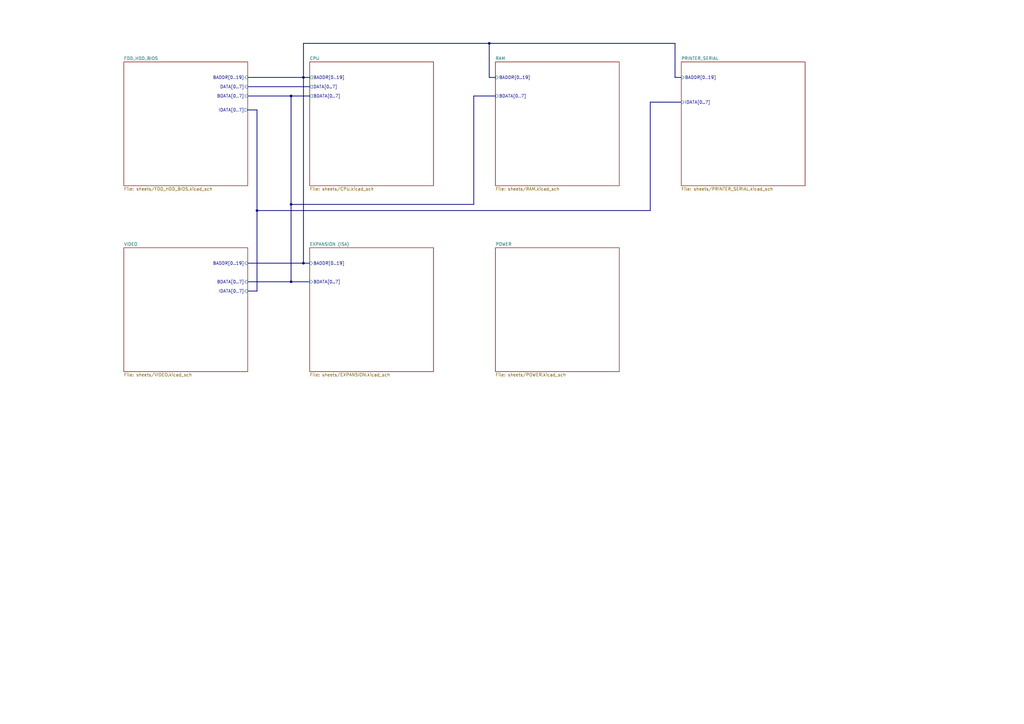
<source format=kicad_sch>
(kicad_sch (version 20230121) (generator eeschema)
  (paper "A3")
  (title_block (title "Commodore PC10/CA") (rev "C") (comment 1 "312626"))
  (lib_symbols)
  (junction (at 124.46 31.75))
  (junction (at 119.38 39.37))
  (junction (at 119.38 83.82))
  (junction (at 124.46 107.95))
  (junction (at 200.66 17.78))
  (junction (at 105.41 86.36))
  (junction (at 119.38 115.57))
  (bus (pts (xy 101.6 115.57) (xy 119.38 115.57)))
  (bus (pts (xy 279.4 31.75) (xy 276.86 31.75)))
  (bus (pts (xy 276.86 17.78) (xy 200.66 17.78)))
  (bus (pts (xy 200.66 31.75) (xy 200.66 17.78)))
  (bus (pts (xy 279.4 41.91) (xy 266.7 41.91)))
  (bus (pts (xy 203.2 39.37) (xy 194.31 39.37)))
  (bus (pts (xy 105.41 45.085) (xy 105.41 86.36)))
  (bus (pts (xy 101.6 107.95) (xy 124.46 107.95)))
  (bus (pts (xy 266.7 86.36) (xy 105.41 86.36)))
  (bus (pts (xy 124.46 107.95) (xy 127 107.95)))
  (bus (pts (xy 266.7 41.91) (xy 266.7 86.36)))
  (bus (pts (xy 101.6 45.085) (xy 105.41 45.085)))
  (bus (pts (xy 101.6 35.56) (xy 127 35.56)))
  (bus (pts (xy 119.38 83.82) (xy 119.38 115.57)))
  (bus (pts (xy 124.46 31.75) (xy 127 31.75)))
  (bus (pts (xy 124.46 31.75) (xy 124.46 107.95)))
  (bus (pts (xy 101.6 31.75) (xy 124.46 31.75)))
  (bus (pts (xy 127 39.37) (xy 119.38 39.37)))
  (bus (pts (xy 119.38 39.37) (xy 119.38 83.82)))
  (bus (pts (xy 105.41 86.36) (xy 105.41 119.38)))
  (bus (pts (xy 124.46 17.78) (xy 124.46 31.75)))
  (bus (pts (xy 200.66 17.78) (xy 124.46 17.78)))
  (bus (pts (xy 119.38 115.57) (xy 127 115.57)))
  (bus (pts (xy 276.86 31.75) (xy 276.86 17.78)))
  (bus (pts (xy 105.41 119.38) (xy 101.6 119.38)))
  (bus (pts (xy 101.6 39.37) (xy 119.38 39.37)))
  (bus (pts (xy 194.31 39.37) (xy 194.31 83.82)))
  (bus (pts (xy 203.2 31.75) (xy 200.66 31.75)))
  (bus (pts (xy 194.31 83.82) (xy 119.38 83.82)))
  (sheet (at 127 101.6) (size 50.8 50.8) (stroke (width 0.1524))
    (property "Sheetname" "EXPANSION (ISA)" (at 127 100.8884 0) (effects (justify left bottom)))
    (property "Sheetfile" "sheets/EXPANSION.kicad_sch" (at 127 152.9846 0) (effects (justify left top)))
    (pin "BDATA[0..7]" input (at 127 115.57 180))
    (pin "BADDR[0..19]" input (at 127 107.95 180))
  )
  (sheet (at 50.8 25.4) (size 50.8 50.8) (stroke (width 0.1524))
    (property "Sheetname" "FDD_HDD_BIOS" (at 50.8 24.6884 0) (effects (justify left bottom)))
    (property "Sheetfile" "sheets/FDD_HDD_BIOS.kicad_sch" (at 50.8 76.7846 0) (effects (justify left top)))
    (pin "BADDR[0..19]" input (at 101.6 31.75 0))
    (pin "DATA[0..7]" input (at 101.6 35.56 0))
    (pin "IDATA[0..7]" output (at 101.6 45.085 0))
    (pin "BDATA[0..7]" input (at 101.6 39.37 0))
  )
  (sheet (at 203.2 101.6) (size 50.8 50.8) (stroke (width 0.1524))
    (property "Sheetname" "POWER" (at 203.2 100.8884 0) (effects (justify left bottom)))
    (property "Sheetfile" "sheets/POWER.kicad_sch" (at 203.2 152.9846 0) (effects (justify left top)))
  )
  (sheet (at 50.8 101.6) (size 50.8 50.8) (stroke (width 0.1524))
    (property "Sheetname" "VIDEO" (at 50.8 100.8884 0) (effects (justify left bottom)))
    (property "Sheetfile" "sheets/VIDEO.kicad_sch" (at 50.8 152.9846 0) (effects (justify left top)))
    (pin "BADDR[0..19]" input (at 101.6 107.95 0))
    (pin "IDATA[0..7]" input (at 101.6 119.38 0))
    (pin "BDATA[0..7]" input (at 101.6 115.57 0))
  )
  (sheet (at 203.2 25.4) (size 50.8 50.8) (stroke (width 0.1524))
    (property "Sheetname" "RAM" (at 203.2 24.6884 0) (effects (justify left bottom)))
    (property "Sheetfile" "sheets/RAM.kicad_sch" (at 203.2 76.7846 0) (effects (justify left top)))
    (pin "BDATA[0..7]" input (at 203.2 39.37 180))
    (pin "BADDR[0..19]" input (at 203.2 31.75 180))
  )
  (sheet (at 279.4 25.4) (size 50.8 50.8) (stroke (width 0.1524))
    (property "Sheetname" "PRINTER_SERIAL" (at 279.4 24.6884 0) (effects (justify left bottom)))
    (property "Sheetfile" "sheets/PRINTER_SERIAL.kicad_sch" (at 279.4 76.7846 0) (effects (justify left top)))
    (pin "BADDR[0..19]" input (at 279.4 31.75 180))
    (pin "IDATA[0..7]" input (at 279.4 41.91 180))
  )
  (sheet (at 127 25.4) (size 50.8 50.8) (stroke (width 0.1524))
    (property "Sheetname" "CPU" (at 127 24.6884 0) (effects (justify left bottom)))
    (property "Sheetfile" "sheets/CPU.kicad_sch" (at 127 76.7846 0) (effects (justify left top)))
    (pin "DATA[0..7]" output (at 127 35.56 180))
    (pin "BDATA[0..7]" output (at 127 39.37 180))
    (pin "BADDR[0..19]" output (at 127 31.75 180))
  )
)
</source>
